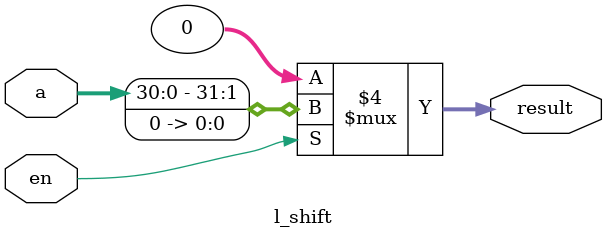
<source format=v>
module l_shift(
    input [31:0]a,
    input en,
    output reg[31:0]result
);
    always @(*) begin
        if(en)begin
            result = a << 1;    
        end else begin
            result = 32'd0;  
        end
    end
endmodule
</source>
